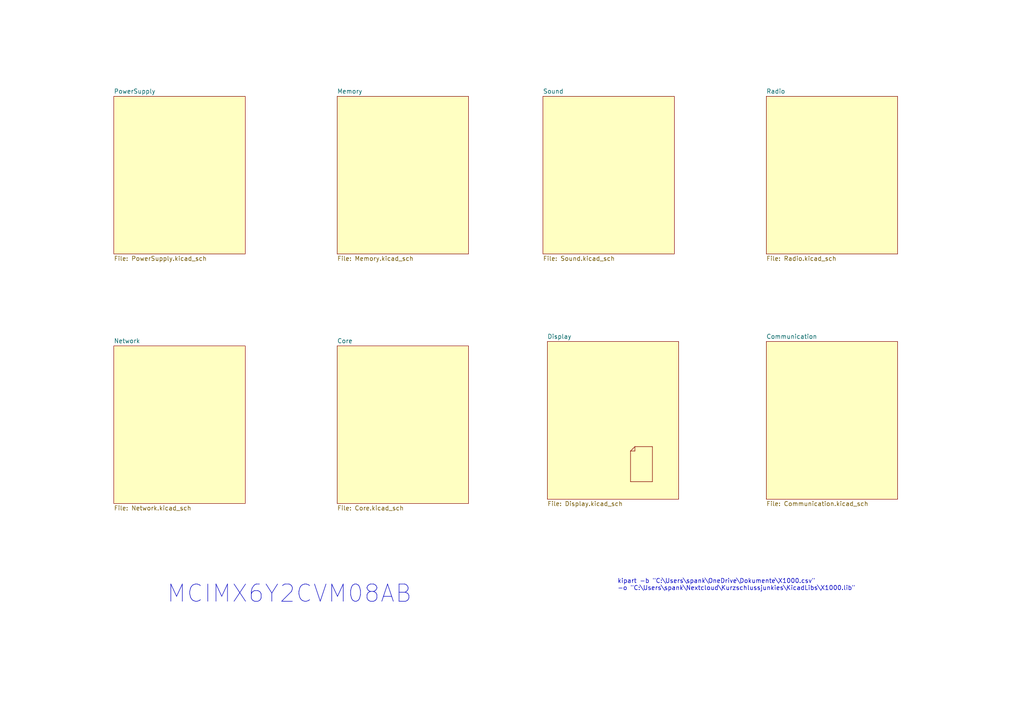
<source format=kicad_sch>
(kicad_sch (version 20211123) (generator eeschema)
  (paper "A4")
  (lib_symbols)
  (polyline (pts (xy 182.88 130.81) (xy 184.15 129.54)) (stroke (width 0) (type solid) (color 132 0 0 1)))
  (polyline (pts (xy 184.15 130.81) (xy 182.88 130.81)) (stroke (width 0) (type solid) (color 132 0 0 1)))
  (polyline (pts (xy 189.23 129.54) (xy 184.15 129.54)) (stroke (width 0) (type solid) (color 132 0 0 1)))
  (polyline (pts (xy 182.88 139.7) (xy 189.23 139.7)) (stroke (width 0) (type solid) (color 132 0 0 1)))
  (polyline (pts (xy 182.88 130.81) (xy 182.88 139.7)) (stroke (width 0) (type solid) (color 132 0 0 1)))
  (polyline (pts (xy 184.15 129.54) (xy 184.15 130.81)) (stroke (width 0) (type solid) (color 132 0 0 1)))
  (polyline (pts (xy 189.23 139.7) (xy 189.23 129.54)) (stroke (width 0) (type solid) (color 132 0 0 1)))
  (text "MCIMX6Y2CVM08AB" (at 48.26 175.26 0) (effects (font (size 5 5)) (justify left bottom)))
  (text "kipart -b \"C:\\Users\\spank\\OneDrive\\Dokumente\\X1000.csv\" \n-o \"C:\\Users\\spank\\Nextcloud\\Kurzschlussjunkies\\KicadLibs\\X1000.lib\"" (at 179.07 171.45 0) (effects (font (size 1.27 1.27)) (justify left bottom)))
  (sheet (at 97.79 27.94) (size 38.1 45.72) (stroke (width 0.1524)) (fill (color 255 255 194 1.0000))
    (property "Sheet name" "Memory" (at 97.79 27.2284 0) (effects (justify left bottom)))
    (property "Sheet file" "Memory.kicad_sch" (at 97.79 74.2446 0) (effects (justify left top)))
  )
  (sheet (at 157.48 27.94) (size 38.1 45.72) (stroke (width 0.1524)) (fill (color 255 255 194 1.0000))
    (property "Sheet name" "Sound" (at 157.48 27.2284 0) (effects (justify left bottom)))
    (property "Sheet file" "Sound.kicad_sch" (at 157.48 74.2446 0) (effects (justify left top)))
  )
  (sheet (at 222.25 27.94) (size 38.1 45.72) (stroke (width 0.1524)) (fill (color 255 255 194 1.0000))
    (property "Sheet name" "Radio" (at 222.25 27.2284 0) (effects (justify left bottom)))
    (property "Sheet file" "Radio.kicad_sch" (at 222.25 74.2446 0) (effects (justify left top)))
  )
  (sheet (at 33.02 100.33) (size 38.1 45.72) (stroke (width 0.1524)) (fill (color 255 255 194 1.0000))
    (property "Sheet name" "Network" (at 33.02 99.6184 0) (effects (justify left bottom)))
    (property "Sheet file" "Network.kicad_sch" (at 33.02 146.6346 0) (effects (justify left top)))
  )
  (sheet (at 97.79 100.33) (size 38.1 45.72) (stroke (width 0.1524)) (fill (color 255 255 194 1.0000))
    (property "Sheet name" "Core" (at 97.79 99.6184 0) (effects (justify left bottom)))
    (property "Sheet file" "Core.kicad_sch" (at 97.79 146.6346 0) (effects (justify left top)))
  )
  (sheet (at 158.75 99.06) (size 38.1 45.72) (stroke (width 0.1524)) (fill (color 255 255 194 1.0000))
    (property "Sheet name" "Display" (at 158.75 98.3484 0) (effects (justify left bottom)))
    (property "Sheet file" "Display.kicad_sch" (at 158.75 145.3646 0) (effects (justify left top)))
  )
  (sheet (at 33.02 27.94) (size 38.1 45.72) (stroke (width 0.1524)) (fill (color 255 255 194 1.0000))
    (property "Sheet name" "PowerSupply" (at 33.02 27.2284 0) (effects (justify left bottom)))
    (property "Sheet file" "PowerSupply.kicad_sch" (at 33.02 74.2446 0) (effects (justify left top)))
  )
  (sheet (at 222.25 99.06) (size 38.1 45.72) (stroke (width 0.1524)) (fill (color 255 255 194 1.0000))
    (property "Sheet name" "Communication" (at 222.25 98.3484 0) (effects (justify left bottom)))
    (property "Sheet file" "Communication.kicad_sch" (at 222.25 145.3646 0) (effects (justify left top)))
  )
)
</source>
